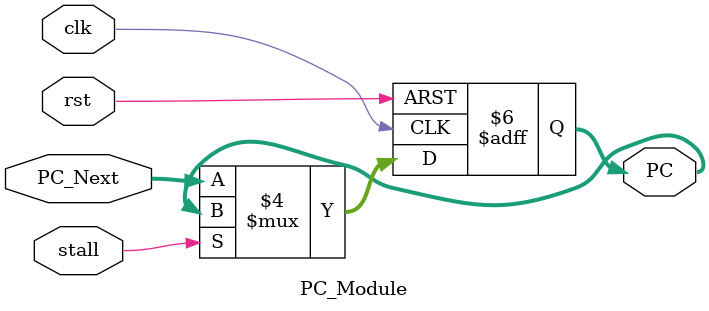
<source format=v>
module PC_Module(
    input clk,
    input rst,
    input stall,
    input [15:0] PC_Next,
    output reg [15:0] PC
);

    always @(posedge clk or negedge rst) begin
        if (rst == 1'b0) begin
            PC <= 16'h0000;
        end else if (!stall) begin
            PC <= PC_Next;
        end
    end
endmodule
</source>
